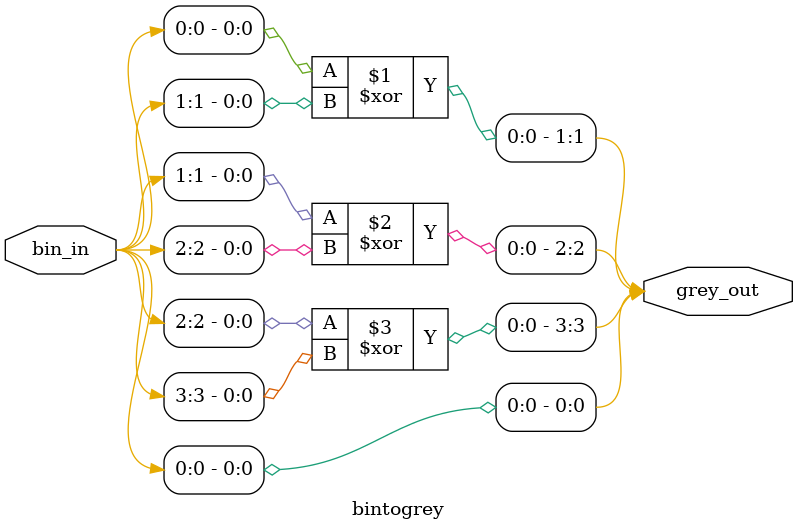
<source format=v>
module bintogrey(	// /tmp/tmp.1hAadDCYu0/22124_Verilog_codes_CodeConverters_bintogrey_bintogrey.cleaned.mlir:2:3
  input  [3:0] bin_in,	// /tmp/tmp.1hAadDCYu0/22124_Verilog_codes_CodeConverters_bintogrey_bintogrey.cleaned.mlir:2:27
  output [3:0] grey_out	// /tmp/tmp.1hAadDCYu0/22124_Verilog_codes_CodeConverters_bintogrey_bintogrey.cleaned.mlir:2:45
);

  assign grey_out =
    {bin_in[2] ^ bin_in[3], bin_in[1] ^ bin_in[2], bin_in[0] ^ bin_in[1], bin_in[0]};	// /tmp/tmp.1hAadDCYu0/22124_Verilog_codes_CodeConverters_bintogrey_bintogrey.cleaned.mlir:3:10, :4:10, :5:10, :6:10, :7:10, :8:10, :9:10, :10:10, :11:5
endmodule


</source>
